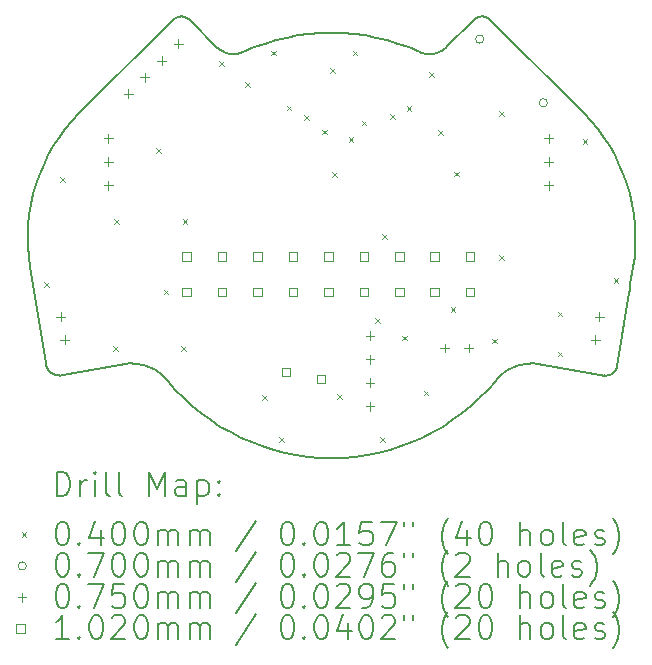
<source format=gbr>
%FSLAX45Y45*%
G04 Gerber Fmt 4.5, Leading zero omitted, Abs format (unit mm)*
G04 Created by KiCad (PCBNEW (6.0.1)) date 2022-01-25 15:54:27*
%MOMM*%
%LPD*%
G01*
G04 APERTURE LIST*
%TA.AperFunction,Profile*%
%ADD10C,0.200000*%
%TD*%
%ADD11C,0.200000*%
%ADD12C,0.040000*%
%ADD13C,0.070000*%
%ADD14C,0.075000*%
%ADD15C,0.102000*%
G04 APERTURE END LIST*
D10*
X10391183Y-8240162D02*
X10296903Y-8222418D01*
X7638747Y-11077176D02*
X7643880Y-11080807D01*
X9425869Y-11701792D02*
X9519904Y-11731279D01*
X8771462Y-8066735D02*
X8766852Y-8065248D01*
X8793404Y-8077603D02*
X8789193Y-8074972D01*
X9519904Y-11731279D02*
X9615616Y-11755621D01*
X10846792Y-8379784D02*
X10831788Y-8379662D01*
X12367243Y-11094750D02*
X12371529Y-11092989D01*
X12431170Y-11019607D02*
X12531170Y-10399605D01*
X7612592Y-9238739D02*
X7573534Y-9317920D01*
X7633828Y-11073305D02*
X7638747Y-11077176D01*
X8688710Y-11220713D02*
X8758468Y-11292186D01*
X11480857Y-11070506D02*
X11463149Y-11083471D01*
X9725438Y-8222418D02*
X9631157Y-8240162D01*
X9712803Y-11774720D02*
X9811261Y-11788482D01*
X11333630Y-11220713D02*
X11399670Y-11145056D01*
X7671719Y-11094709D02*
X7677611Y-11096603D01*
X12145330Y-8881067D02*
X12145330Y-8881067D01*
X7441990Y-9827816D02*
X7451317Y-9739803D01*
X8523131Y-11058557D02*
X8541484Y-11070506D01*
X8667671Y-8090416D02*
X7877010Y-8881067D01*
X8805360Y-8086870D02*
X8801496Y-8083552D01*
X12320620Y-11101137D02*
X12325502Y-11101482D01*
X7689625Y-11099487D02*
X7695724Y-11100472D01*
X12145330Y-8881067D02*
X11354670Y-8090416D01*
X8622670Y-11145056D02*
X8607994Y-11128244D01*
X9207000Y-8378408D02*
X9160614Y-8378784D01*
X9631157Y-8240162D02*
X9537703Y-8262976D01*
X12419174Y-11050724D02*
X12421459Y-11046621D01*
X12416715Y-11054701D02*
X12419174Y-11050724D01*
X12264636Y-9015598D02*
X12207192Y-8946761D01*
X10919480Y-8363814D02*
X10905468Y-8369180D01*
X9243649Y-11627765D02*
X9333716Y-11667255D01*
X7592398Y-11005774D02*
X7593932Y-11011843D01*
X8719281Y-8062960D02*
X8714572Y-8063989D01*
X11228937Y-8077603D02*
X11233147Y-8074972D01*
X12297197Y-11100910D02*
X12292543Y-11100329D01*
X7624662Y-11064886D02*
X7629131Y-11069205D01*
X11220844Y-8083552D02*
X11216981Y-8086870D01*
X8733583Y-8061244D02*
X8728795Y-8061587D01*
X8752736Y-8062159D02*
X8747966Y-8061587D01*
X8679253Y-8080463D02*
X8675265Y-8083552D01*
X11537667Y-11037790D02*
X11518161Y-11047645D01*
X12408347Y-11065835D02*
X12411295Y-11062261D01*
X12576808Y-10095116D02*
X12583315Y-10005695D01*
X11216981Y-8086870D02*
X11213250Y-8090416D01*
X12315933Y-11101449D02*
X12320620Y-11101137D01*
X7732859Y-11099850D02*
X7739030Y-11098637D01*
X12306551Y-11101536D02*
X12301868Y-11101312D01*
X12283311Y-11098637D02*
X11708231Y-10999606D01*
X7457461Y-10184561D02*
X7457461Y-10184561D01*
X10011170Y-8199604D02*
X9915651Y-8202139D01*
X7726664Y-11100742D02*
X7732859Y-11099850D01*
X7714246Y-11101574D02*
X7720456Y-11101316D01*
X10211080Y-11788482D02*
X10309537Y-11774720D01*
X8523131Y-11058557D02*
X8504179Y-11047645D01*
X12335161Y-11101485D02*
X12339926Y-11101152D01*
X7656355Y-9161810D02*
X7704749Y-9087355D01*
X8541484Y-11070506D02*
X8559191Y-11083471D01*
X10502437Y-11731279D02*
X10596472Y-11701792D01*
X10309537Y-11774720D02*
X10406724Y-11755621D01*
X10011170Y-11799606D02*
X10011170Y-11799606D01*
X8709909Y-8065248D02*
X8705298Y-8066735D01*
X12353893Y-11098869D02*
X12358419Y-11097694D01*
X8776011Y-8068451D02*
X8771462Y-8066735D01*
X11293546Y-8061587D02*
X11298316Y-8062159D01*
X12402003Y-11072550D02*
X12405248Y-11069266D01*
X8504179Y-11047645D02*
X8484673Y-11037790D01*
X8747966Y-8061587D02*
X8743177Y-8061244D01*
X7677611Y-11096603D02*
X7683584Y-11098196D01*
X12431170Y-11019607D02*
X12431170Y-11019607D01*
X10801830Y-8376010D02*
X10787004Y-8372457D01*
X10202003Y-8209743D02*
X10106690Y-8202139D01*
X10933101Y-8357387D02*
X10919480Y-8363814D01*
X12391458Y-11081473D02*
X12395102Y-11078658D01*
X11708231Y-10999606D02*
X11708231Y-10999606D01*
X7593932Y-11011843D02*
X7595765Y-11017803D01*
X12358419Y-11097694D02*
X12362871Y-11096320D01*
X12325502Y-11101482D02*
X12330351Y-11101596D01*
X11224833Y-8080463D02*
X11220844Y-8083552D01*
X7649193Y-11084171D02*
X7654645Y-11087245D01*
X12536895Y-10361712D02*
X12539543Y-10342735D01*
X7600303Y-11029356D02*
X7602995Y-11034929D01*
X12580351Y-9827816D02*
X12571024Y-9739803D01*
X11708231Y-10999606D02*
X11708231Y-10999606D01*
X7683584Y-11098196D02*
X7689625Y-11099487D01*
X7439026Y-10005695D02*
X7437869Y-9916521D01*
X8683357Y-8077603D02*
X8679253Y-8080463D01*
X10688625Y-11667255D02*
X10778691Y-11627765D01*
X12423563Y-11042396D02*
X12425481Y-11038055D01*
X8687567Y-8074972D02*
X8683357Y-8077603D01*
X8380415Y-11005136D02*
X8358535Y-11002078D01*
X7595765Y-11017803D02*
X7597891Y-11023644D01*
X12428734Y-11029039D02*
X12430057Y-11024373D01*
X8667671Y-8090416D02*
X8667671Y-8090416D01*
X8988002Y-11480535D02*
X9070588Y-11534309D01*
X12409748Y-9238739D02*
X12365986Y-9161810D01*
X11463149Y-11083471D02*
X11446131Y-11097430D01*
X10772367Y-8367736D02*
X10765138Y-8364934D01*
X9333716Y-11667255D02*
X9425869Y-11701792D01*
X11708231Y-10999606D02*
X11708231Y-10999606D01*
X9445281Y-8290860D02*
X9354098Y-8323813D01*
X8801496Y-8083552D02*
X8797508Y-8080463D01*
X8559191Y-11083471D02*
X8576209Y-11097430D01*
X8780488Y-8070396D02*
X8776011Y-8068451D01*
X8622670Y-11145056D02*
X8622670Y-11145056D01*
X7457461Y-10184561D02*
X7591171Y-10999606D01*
X11283960Y-8061129D02*
X11288757Y-8061244D01*
X10976761Y-8326693D02*
X10970971Y-8331847D01*
X8700750Y-8068451D02*
X8696273Y-8070396D01*
X8671401Y-8086870D02*
X8667671Y-8090416D01*
X7591171Y-10999606D02*
X7592398Y-11005774D01*
X12512523Y-9482145D02*
X12483088Y-9399129D01*
X8714572Y-8063989D02*
X8709909Y-8065248D01*
X7616433Y-11055630D02*
X7620427Y-11060358D01*
X11663805Y-11002078D02*
X11685922Y-11000228D01*
X11663804Y-11002078D02*
X11641925Y-11005136D01*
X11578161Y-11021341D02*
X11557682Y-11029015D01*
X7620427Y-11060358D02*
X7624662Y-11064886D01*
X12339926Y-11101152D02*
X12344640Y-11100603D01*
X10577060Y-8290860D02*
X10484638Y-8262976D01*
X11255489Y-8065248D02*
X11260152Y-8063989D01*
X11250878Y-8066735D02*
X11246330Y-8068451D01*
X12542050Y-10323738D02*
X12542050Y-10323738D01*
X9820338Y-8209743D02*
X9725438Y-8222418D01*
X7815149Y-8946761D02*
X7877010Y-8881067D01*
X12531170Y-10399605D02*
X12534105Y-10380669D01*
X7629131Y-11069205D02*
X7633828Y-11073305D01*
X8789193Y-8074972D02*
X8784885Y-8072570D01*
X11347076Y-8083552D02*
X11350939Y-8086870D01*
X8402012Y-11009380D02*
X8423282Y-11014789D01*
X9537703Y-8262976D02*
X9445281Y-8290860D01*
X11317042Y-8066735D02*
X11321591Y-8068451D01*
X12287913Y-11099572D02*
X12283311Y-11098637D01*
X12395102Y-11078658D02*
X12398619Y-11075682D01*
X7660224Y-11090028D02*
X7665920Y-11092517D01*
X11264861Y-8062960D02*
X11269604Y-8062159D01*
X8705298Y-8066735D02*
X8700750Y-8068451D01*
X12387692Y-11084123D02*
X12391458Y-11081473D01*
X12344640Y-11100603D02*
X12349298Y-11099840D01*
X10861726Y-8378784D02*
X10846792Y-8379784D01*
X11250878Y-8066735D02*
X11255489Y-8065248D01*
X11446131Y-11097430D02*
X11429848Y-11112361D01*
X11228937Y-8077603D02*
X11224833Y-8080463D01*
X8784885Y-8072570D02*
X8780488Y-8070396D01*
X8738380Y-8061129D02*
X8733583Y-8061244D01*
X7597891Y-11023644D02*
X7600303Y-11029356D01*
X7643880Y-11080807D02*
X7649193Y-11084171D01*
X12405248Y-11069266D02*
X12408347Y-11065835D01*
X10946266Y-8349909D02*
X10933101Y-8357387D01*
X12542050Y-10323738D02*
X12564880Y-10184561D01*
X10484638Y-8262976D02*
X10391183Y-8240162D01*
X8402012Y-11009380D02*
X8380415Y-11005136D01*
X8728795Y-8061587D02*
X8724024Y-8062159D01*
X9354098Y-8323813D02*
X9264360Y-8361836D01*
X10296903Y-8222418D02*
X10202003Y-8209743D01*
X8757480Y-8062960D02*
X8752736Y-8062159D01*
X10111556Y-11796809D02*
X10211080Y-11788482D01*
X7539252Y-9399129D02*
X7509818Y-9482145D01*
X7612686Y-11050714D02*
X7616433Y-11055630D01*
X7573534Y-9317920D02*
X7539252Y-9399129D01*
X12427207Y-11033601D02*
X12428734Y-11029039D01*
X11330465Y-8072570D02*
X11334773Y-8074972D01*
X8358535Y-11002078D02*
X8336418Y-11000228D01*
X12583315Y-10005695D02*
X12584472Y-9916521D01*
X9615616Y-11755621D02*
X9712803Y-11774720D01*
X12531170Y-10399605D02*
X12531170Y-10399605D01*
X11190603Y-11359378D02*
X11263873Y-11292186D01*
X7457461Y-10184561D02*
X7445533Y-10095116D01*
X11599058Y-11014789D02*
X11578161Y-11021341D01*
X11326068Y-8070396D02*
X11330465Y-8072570D01*
X8809091Y-8090416D02*
X8805360Y-8086870D01*
X7704749Y-9087355D02*
X7757704Y-9015598D01*
X11269604Y-8062159D02*
X11274375Y-8061587D01*
X9915651Y-8202139D02*
X9820338Y-8209743D01*
X11114023Y-11422193D02*
X11190603Y-11359378D01*
X10106690Y-8202139D02*
X10011170Y-8199604D01*
X10891129Y-8373471D02*
X10876527Y-8376676D01*
X11499209Y-11058557D02*
X11480857Y-11070506D01*
X8762188Y-8063989D02*
X8757480Y-8062960D01*
X8797508Y-8080463D02*
X8793404Y-8077603D01*
X11260152Y-8063989D02*
X11264861Y-8062960D01*
X7602995Y-11034929D02*
X7605961Y-11040353D01*
X11518161Y-11047645D02*
X11499209Y-11058557D01*
X11343087Y-8080463D02*
X11347076Y-8083552D01*
X11274375Y-8061587D02*
X11279163Y-8061244D01*
X10958911Y-8341391D02*
X10946266Y-8349909D01*
X8675265Y-8083552D02*
X8671401Y-8086870D01*
X8691876Y-8072570D02*
X8687567Y-8074972D01*
X8622670Y-11145056D02*
X8688710Y-11220713D01*
X11279163Y-8061244D02*
X11283960Y-8061129D01*
X10011170Y-11799606D02*
X10111556Y-11796809D01*
X12537038Y-9566745D02*
X12512523Y-9482145D01*
X12398619Y-11075682D02*
X12402003Y-11072550D01*
X12365986Y-9161810D02*
X12317591Y-9087355D01*
X9910784Y-11796809D02*
X10011170Y-11799606D01*
X8576209Y-11097430D02*
X8592492Y-11112361D01*
X7720456Y-11101316D02*
X7726664Y-11100742D01*
X12564880Y-10184561D02*
X12576808Y-10095116D01*
X11241853Y-8070396D02*
X11246330Y-8068451D01*
X11334773Y-8074972D02*
X11338984Y-8077603D01*
X10982382Y-8321286D02*
X10976761Y-8326693D01*
X10905468Y-8369180D02*
X10891129Y-8373471D01*
X10668243Y-8323813D02*
X10577060Y-8290860D01*
X10011170Y-11799606D02*
X10011170Y-11799606D01*
X12375722Y-11091042D02*
X12379818Y-11088912D01*
X12207192Y-8946761D02*
X12145330Y-8881067D01*
X11312432Y-8065248D02*
X11317042Y-8066735D01*
X12315933Y-11101449D02*
X12311241Y-11101581D01*
X10831788Y-8379662D02*
X10816780Y-8378408D01*
X7695724Y-11100472D02*
X7701868Y-11101149D01*
X8592492Y-11112361D02*
X8607994Y-11128244D01*
X11350939Y-8086870D02*
X11354670Y-8090416D01*
X8336418Y-11000228D02*
X8314110Y-10999606D01*
X7451317Y-9739803D02*
X7465778Y-9652705D01*
X11263873Y-11292186D02*
X11333630Y-11220713D01*
X8831738Y-11359378D02*
X8908317Y-11422193D01*
X12584472Y-9916521D02*
X12580351Y-9827816D01*
X8464658Y-11029015D02*
X8484673Y-11037790D01*
X11034339Y-11480535D02*
X11114023Y-11422193D01*
X11233147Y-8074972D02*
X11237456Y-8072570D01*
X11307768Y-8063989D02*
X11312432Y-8065248D01*
X12448806Y-9317920D02*
X12409748Y-9238739D01*
X7815149Y-8946761D02*
X7757704Y-9015598D01*
X12483088Y-9399129D02*
X12448806Y-9317920D01*
X8758468Y-11292186D02*
X8831738Y-11359378D01*
X7609193Y-11045618D02*
X7612686Y-11050714D01*
X8444179Y-11021341D02*
X8464658Y-11029015D01*
X12571024Y-9739803D02*
X12556562Y-9652705D01*
X11288757Y-8061244D02*
X11293546Y-8061587D01*
X12539543Y-10342735D02*
X12542050Y-10323738D01*
X12411295Y-11062261D02*
X12414086Y-11058548D01*
X11399670Y-11145056D02*
X11399670Y-11145056D01*
X9160614Y-8378784D02*
X9145814Y-8376676D01*
X12292543Y-11100329D02*
X12287913Y-11099572D01*
X12330351Y-11101596D02*
X12335161Y-11101485D01*
X11213250Y-8090416D02*
X10982382Y-8321286D01*
X11414346Y-11128244D02*
X11399670Y-11145056D01*
X11303060Y-8062960D02*
X11307768Y-8063989D01*
X9102860Y-8363814D02*
X9145814Y-8376676D01*
X12421459Y-11046621D02*
X12423563Y-11042396D01*
X8743177Y-8061244D02*
X8738380Y-8061129D01*
X8423282Y-11014789D02*
X8444179Y-11021341D01*
X11399670Y-11145056D02*
X11399670Y-11145056D01*
X12349298Y-11099840D02*
X12353893Y-11098869D01*
X12425481Y-11038055D02*
X12427207Y-11033601D01*
X12534105Y-10380669D02*
X12536895Y-10361712D01*
X10876527Y-8376676D02*
X10861726Y-8378784D01*
X7877010Y-8881067D02*
X7877010Y-8881067D01*
X12362871Y-11096320D02*
X12367243Y-11094750D01*
X9089240Y-8357387D02*
X9063430Y-8341391D01*
X7612592Y-9238739D02*
X7656355Y-9161810D01*
X11429848Y-11112361D02*
X11414346Y-11128244D01*
X7739030Y-11098637D02*
X8314110Y-10999606D01*
X7708046Y-11101518D02*
X7714246Y-11101574D01*
X7437869Y-9916521D02*
X7441990Y-9827816D01*
X10816780Y-8378408D02*
X10801830Y-8376010D01*
X11298316Y-8062159D02*
X11303060Y-8062960D01*
X10787004Y-8372457D02*
X10772367Y-8367736D01*
X9063430Y-8341391D02*
X9051370Y-8331847D01*
X9045579Y-8326693D02*
X8809091Y-8090416D01*
X10765138Y-8364934D02*
X10757981Y-8361836D01*
X10951752Y-11534309D02*
X11034339Y-11480535D01*
X9102860Y-8363814D02*
X9089240Y-8357387D01*
X11641925Y-11005136D02*
X11620327Y-11009380D01*
X11620327Y-11009380D02*
X11599058Y-11014789D01*
X11557682Y-11029015D02*
X11537667Y-11037790D01*
X10982382Y-8321286D02*
X10982382Y-8321286D01*
X7465778Y-9652705D02*
X7485302Y-9566745D01*
X9070588Y-11534309D02*
X9155872Y-11583418D01*
X11708230Y-10999606D02*
X11685921Y-11000228D01*
X7665920Y-11092517D02*
X7671719Y-11094709D01*
X10406724Y-11755621D02*
X10502437Y-11731279D01*
X12371529Y-11092989D02*
X12375722Y-11091042D01*
X10970971Y-8331847D02*
X10958911Y-8341391D01*
X11241853Y-8070396D02*
X11237456Y-8072570D01*
X12556562Y-9652705D02*
X12537038Y-9566745D01*
X9264360Y-8361836D02*
X9207000Y-8378408D01*
X11321591Y-8068451D02*
X11326068Y-8070396D01*
X12414086Y-11058548D02*
X12416715Y-11054701D01*
X12297197Y-11100910D02*
X12301868Y-11101312D01*
X12379818Y-11088912D02*
X12383810Y-11086604D01*
X9155872Y-11583418D02*
X9243649Y-11627765D01*
X9811261Y-11788482D02*
X9910784Y-11796809D01*
X7445533Y-10095116D02*
X7439026Y-10005695D01*
X12311241Y-11101581D02*
X12306551Y-11101536D01*
X10757980Y-8361836D02*
X10668243Y-8323813D01*
X10866469Y-11583418D02*
X10951752Y-11534309D01*
X11399670Y-11145056D02*
X11399670Y-11145056D01*
X10778691Y-11627765D02*
X10866469Y-11583418D01*
X10596472Y-11701792D02*
X10688625Y-11667255D01*
X9045579Y-8326693D02*
X9051370Y-8331847D01*
X7654645Y-11087245D02*
X7660224Y-11090028D01*
X7509818Y-9482145D02*
X7485302Y-9566745D01*
X12317591Y-9087355D02*
X12264636Y-9015598D01*
X7605961Y-11040353D02*
X7609193Y-11045618D01*
X11338984Y-8077603D02*
X11343087Y-8080463D01*
X12430057Y-11024373D02*
X12431170Y-11019607D01*
X8908317Y-11422193D02*
X8988002Y-11480535D01*
X8766852Y-8065248D02*
X8762188Y-8063989D01*
X8724024Y-8062159D02*
X8719281Y-8062960D01*
X12383810Y-11086604D02*
X12387692Y-11084123D01*
X7701868Y-11101149D02*
X7708046Y-11101518D01*
X8696273Y-8070396D02*
X8691876Y-8072570D01*
D11*
D12*
X7575000Y-10312500D02*
X7615000Y-10352500D01*
X7615000Y-10312500D02*
X7575000Y-10352500D01*
X7715000Y-9425000D02*
X7755000Y-9465000D01*
X7755000Y-9425000D02*
X7715000Y-9465000D01*
X8160000Y-10850000D02*
X8200000Y-10890000D01*
X8200000Y-10850000D02*
X8160000Y-10890000D01*
X8172500Y-9777500D02*
X8212500Y-9817500D01*
X8212500Y-9777500D02*
X8172500Y-9817500D01*
X8525000Y-9175000D02*
X8565000Y-9215000D01*
X8565000Y-9175000D02*
X8525000Y-9215000D01*
X8590000Y-10375000D02*
X8630000Y-10415000D01*
X8630000Y-10375000D02*
X8590000Y-10415000D01*
X8735000Y-10850000D02*
X8775000Y-10890000D01*
X8775000Y-10850000D02*
X8735000Y-10890000D01*
X8750000Y-9780000D02*
X8790000Y-9820000D01*
X8790000Y-9780000D02*
X8750000Y-9820000D01*
X9060000Y-8440000D02*
X9100000Y-8480000D01*
X9100000Y-8440000D02*
X9060000Y-8480000D01*
X9280000Y-8620000D02*
X9320000Y-8660000D01*
X9320000Y-8620000D02*
X9280000Y-8660000D01*
X9425000Y-11270000D02*
X9465000Y-11310000D01*
X9465000Y-11270000D02*
X9425000Y-11310000D01*
X9499999Y-8350000D02*
X9539999Y-8390000D01*
X9539999Y-8350000D02*
X9499999Y-8390000D01*
X9570000Y-11625000D02*
X9610000Y-11665000D01*
X9610000Y-11625000D02*
X9570000Y-11665000D01*
X9629999Y-8817501D02*
X9669999Y-8857501D01*
X9669999Y-8817501D02*
X9629999Y-8857501D01*
X9780000Y-8900000D02*
X9820000Y-8940000D01*
X9820000Y-8900000D02*
X9780000Y-8940000D01*
X9930000Y-9020000D02*
X9970000Y-9060000D01*
X9970000Y-9020000D02*
X9930000Y-9060000D01*
X10000000Y-8500000D02*
X10040000Y-8540000D01*
X10040000Y-8500000D02*
X10000000Y-8540000D01*
X10015000Y-9382500D02*
X10055000Y-9422500D01*
X10055000Y-9382500D02*
X10015000Y-9422500D01*
X10060000Y-11260000D02*
X10100000Y-11300000D01*
X10100000Y-11260000D02*
X10060000Y-11300000D01*
X10155000Y-9085000D02*
X10195000Y-9125000D01*
X10195000Y-9085000D02*
X10155000Y-9125000D01*
X10189999Y-8350000D02*
X10229999Y-8390000D01*
X10229999Y-8350000D02*
X10189999Y-8390000D01*
X10265938Y-8943825D02*
X10305938Y-8983825D01*
X10305938Y-8943825D02*
X10265938Y-8983825D01*
X10380000Y-10616000D02*
X10420000Y-10656000D01*
X10420000Y-10616000D02*
X10380000Y-10656000D01*
X10420000Y-11625000D02*
X10460000Y-11665000D01*
X10460000Y-11625000D02*
X10420000Y-11665000D01*
X10442500Y-9902500D02*
X10482500Y-9942500D01*
X10482500Y-9902500D02*
X10442500Y-9942500D01*
X10507500Y-8890000D02*
X10547500Y-8930000D01*
X10547500Y-8890000D02*
X10507500Y-8930000D01*
X10610000Y-10765000D02*
X10650000Y-10805000D01*
X10650000Y-10765000D02*
X10610000Y-10805000D01*
X10647500Y-8820000D02*
X10687500Y-8860000D01*
X10687500Y-8820000D02*
X10647500Y-8860000D01*
X10790000Y-11230000D02*
X10830000Y-11270000D01*
X10830000Y-11230000D02*
X10790000Y-11270000D01*
X10835000Y-8530000D02*
X10875000Y-8570000D01*
X10875000Y-8530000D02*
X10835000Y-8570000D01*
X10915000Y-9022500D02*
X10955000Y-9062500D01*
X10955000Y-9022500D02*
X10915000Y-9062500D01*
X11020000Y-10520000D02*
X11060000Y-10560000D01*
X11060000Y-10520000D02*
X11020000Y-10560000D01*
X11047500Y-9375000D02*
X11087500Y-9415000D01*
X11087500Y-9375000D02*
X11047500Y-9415000D01*
X11370000Y-10790000D02*
X11410000Y-10830000D01*
X11410000Y-10790000D02*
X11370000Y-10830000D01*
X11427500Y-8862500D02*
X11467500Y-8902500D01*
X11467500Y-8862500D02*
X11427500Y-8902500D01*
X11427500Y-10082500D02*
X11467500Y-10122500D01*
X11467500Y-10082500D02*
X11427500Y-10122500D01*
X11925000Y-10560000D02*
X11965000Y-10600000D01*
X11965000Y-10560000D02*
X11925000Y-10600000D01*
X11925000Y-10900000D02*
X11965000Y-10940000D01*
X11965000Y-10900000D02*
X11925000Y-10940000D01*
X12137500Y-9097500D02*
X12177500Y-9137500D01*
X12177500Y-9097500D02*
X12137500Y-9137500D01*
X12400000Y-10280000D02*
X12440000Y-10320000D01*
X12440000Y-10280000D02*
X12400000Y-10320000D01*
D13*
X11300592Y-8253092D02*
G75*
G03*
X11300592Y-8253092I-35000J0D01*
G01*
X11839408Y-8791908D02*
G75*
G03*
X11839408Y-8791908I-35000J0D01*
G01*
D14*
X7719000Y-10565500D02*
X7719000Y-10640500D01*
X7681500Y-10603000D02*
X7756500Y-10603000D01*
X7753730Y-10762462D02*
X7753730Y-10837462D01*
X7716230Y-10799962D02*
X7791230Y-10799962D01*
X8120000Y-9055000D02*
X8120000Y-9130000D01*
X8082500Y-9092500D02*
X8157500Y-9092500D01*
X8120000Y-9255000D02*
X8120000Y-9330000D01*
X8082500Y-9292500D02*
X8157500Y-9292500D01*
X8120000Y-9455000D02*
X8120000Y-9530000D01*
X8082500Y-9492500D02*
X8157500Y-9492500D01*
X8288736Y-8679764D02*
X8288736Y-8754764D01*
X8251236Y-8717264D02*
X8326236Y-8717264D01*
X8430157Y-8538343D02*
X8430157Y-8613343D01*
X8392657Y-8575843D02*
X8467657Y-8575843D01*
X8571579Y-8396921D02*
X8571579Y-8471921D01*
X8534079Y-8434421D02*
X8609079Y-8434421D01*
X8713000Y-8255500D02*
X8713000Y-8330500D01*
X8675500Y-8293000D02*
X8750500Y-8293000D01*
X10337000Y-10725500D02*
X10337000Y-10800500D01*
X10299500Y-10763000D02*
X10374500Y-10763000D01*
X10337000Y-10925500D02*
X10337000Y-11000500D01*
X10299500Y-10963000D02*
X10374500Y-10963000D01*
X10337000Y-11125500D02*
X10337000Y-11200500D01*
X10299500Y-11163000D02*
X10374500Y-11163000D01*
X10337000Y-11325500D02*
X10337000Y-11400500D01*
X10299500Y-11363000D02*
X10374500Y-11363000D01*
X10971000Y-10830500D02*
X10971000Y-10905500D01*
X10933500Y-10868000D02*
X11008500Y-10868000D01*
X11171000Y-10830500D02*
X11171000Y-10905500D01*
X11133500Y-10868000D02*
X11208500Y-10868000D01*
X11850000Y-9055000D02*
X11850000Y-9130000D01*
X11812500Y-9092500D02*
X11887500Y-9092500D01*
X11850000Y-9255000D02*
X11850000Y-9330000D01*
X11812500Y-9292500D02*
X11887500Y-9292500D01*
X11850000Y-9455000D02*
X11850000Y-9530000D01*
X11812500Y-9492500D02*
X11887500Y-9492500D01*
X12245000Y-10762500D02*
X12245000Y-10837500D01*
X12207500Y-10800000D02*
X12282500Y-10800000D01*
X12279730Y-10565538D02*
X12279730Y-10640538D01*
X12242230Y-10603038D02*
X12317230Y-10603038D01*
D15*
X8821063Y-10132063D02*
X8821063Y-10059937D01*
X8748937Y-10059937D01*
X8748937Y-10132063D01*
X8821063Y-10132063D01*
X8821063Y-10432063D02*
X8821063Y-10359937D01*
X8748937Y-10359937D01*
X8748937Y-10432063D01*
X8821063Y-10432063D01*
X9121063Y-10132063D02*
X9121063Y-10059937D01*
X9048937Y-10059937D01*
X9048937Y-10132063D01*
X9121063Y-10132063D01*
X9121063Y-10432063D02*
X9121063Y-10359937D01*
X9048937Y-10359937D01*
X9048937Y-10432063D01*
X9121063Y-10432063D01*
X9421063Y-10132063D02*
X9421063Y-10059937D01*
X9348937Y-10059937D01*
X9348937Y-10132063D01*
X9421063Y-10132063D01*
X9421063Y-10432063D02*
X9421063Y-10359937D01*
X9348937Y-10359937D01*
X9348937Y-10432063D01*
X9421063Y-10432063D01*
X9662063Y-11109063D02*
X9662063Y-11036937D01*
X9589937Y-11036937D01*
X9589937Y-11109063D01*
X9662063Y-11109063D01*
X9721063Y-10132063D02*
X9721063Y-10059937D01*
X9648937Y-10059937D01*
X9648937Y-10132063D01*
X9721063Y-10132063D01*
X9721063Y-10432063D02*
X9721063Y-10359937D01*
X9648937Y-10359937D01*
X9648937Y-10432063D01*
X9721063Y-10432063D01*
X9956551Y-11166306D02*
X9956551Y-11094180D01*
X9884425Y-11094180D01*
X9884425Y-11166306D01*
X9956551Y-11166306D01*
X10021063Y-10132063D02*
X10021063Y-10059937D01*
X9948937Y-10059937D01*
X9948937Y-10132063D01*
X10021063Y-10132063D01*
X10021063Y-10432063D02*
X10021063Y-10359937D01*
X9948937Y-10359937D01*
X9948937Y-10432063D01*
X10021063Y-10432063D01*
X10321063Y-10132063D02*
X10321063Y-10059937D01*
X10248937Y-10059937D01*
X10248937Y-10132063D01*
X10321063Y-10132063D01*
X10321063Y-10432063D02*
X10321063Y-10359937D01*
X10248937Y-10359937D01*
X10248937Y-10432063D01*
X10321063Y-10432063D01*
X10621063Y-10132063D02*
X10621063Y-10059937D01*
X10548937Y-10059937D01*
X10548937Y-10132063D01*
X10621063Y-10132063D01*
X10621063Y-10432063D02*
X10621063Y-10359937D01*
X10548937Y-10359937D01*
X10548937Y-10432063D01*
X10621063Y-10432063D01*
X10921063Y-10132063D02*
X10921063Y-10059937D01*
X10848937Y-10059937D01*
X10848937Y-10132063D01*
X10921063Y-10132063D01*
X10921063Y-10432063D02*
X10921063Y-10359937D01*
X10848937Y-10359937D01*
X10848937Y-10432063D01*
X10921063Y-10432063D01*
X11221063Y-10132063D02*
X11221063Y-10059937D01*
X11148937Y-10059937D01*
X11148937Y-10132063D01*
X11221063Y-10132063D01*
X11221063Y-10432063D02*
X11221063Y-10359937D01*
X11148937Y-10359937D01*
X11148937Y-10432063D01*
X11221063Y-10432063D01*
D11*
X7685488Y-12120082D02*
X7685488Y-11920082D01*
X7733107Y-11920082D01*
X7761678Y-11929606D01*
X7780726Y-11948654D01*
X7790250Y-11967702D01*
X7799773Y-12005797D01*
X7799773Y-12034368D01*
X7790250Y-12072463D01*
X7780726Y-12091511D01*
X7761678Y-12110559D01*
X7733107Y-12120082D01*
X7685488Y-12120082D01*
X7885488Y-12120082D02*
X7885488Y-11986749D01*
X7885488Y-12024844D02*
X7895012Y-12005797D01*
X7904535Y-11996273D01*
X7923583Y-11986749D01*
X7942631Y-11986749D01*
X8009297Y-12120082D02*
X8009297Y-11986749D01*
X8009297Y-11920082D02*
X7999773Y-11929606D01*
X8009297Y-11939130D01*
X8018821Y-11929606D01*
X8009297Y-11920082D01*
X8009297Y-11939130D01*
X8133107Y-12120082D02*
X8114059Y-12110559D01*
X8104535Y-12091511D01*
X8104535Y-11920082D01*
X8237869Y-12120082D02*
X8218821Y-12110559D01*
X8209297Y-12091511D01*
X8209297Y-11920082D01*
X8466440Y-12120082D02*
X8466440Y-11920082D01*
X8533107Y-12062940D01*
X8599774Y-11920082D01*
X8599774Y-12120082D01*
X8780726Y-12120082D02*
X8780726Y-12015321D01*
X8771202Y-11996273D01*
X8752155Y-11986749D01*
X8714059Y-11986749D01*
X8695012Y-11996273D01*
X8780726Y-12110559D02*
X8761678Y-12120082D01*
X8714059Y-12120082D01*
X8695012Y-12110559D01*
X8685488Y-12091511D01*
X8685488Y-12072463D01*
X8695012Y-12053416D01*
X8714059Y-12043892D01*
X8761678Y-12043892D01*
X8780726Y-12034368D01*
X8875964Y-11986749D02*
X8875964Y-12186749D01*
X8875964Y-11996273D02*
X8895012Y-11986749D01*
X8933107Y-11986749D01*
X8952155Y-11996273D01*
X8961678Y-12005797D01*
X8971202Y-12024844D01*
X8971202Y-12081987D01*
X8961678Y-12101035D01*
X8952155Y-12110559D01*
X8933107Y-12120082D01*
X8895012Y-12120082D01*
X8875964Y-12110559D01*
X9056916Y-12101035D02*
X9066440Y-12110559D01*
X9056916Y-12120082D01*
X9047393Y-12110559D01*
X9056916Y-12101035D01*
X9056916Y-12120082D01*
X9056916Y-11996273D02*
X9066440Y-12005797D01*
X9056916Y-12015321D01*
X9047393Y-12005797D01*
X9056916Y-11996273D01*
X9056916Y-12015321D01*
D12*
X7387869Y-12429606D02*
X7427869Y-12469606D01*
X7427869Y-12429606D02*
X7387869Y-12469606D01*
D11*
X7723583Y-12340082D02*
X7742631Y-12340082D01*
X7761678Y-12349606D01*
X7771202Y-12359130D01*
X7780726Y-12378178D01*
X7790250Y-12416273D01*
X7790250Y-12463892D01*
X7780726Y-12501987D01*
X7771202Y-12521035D01*
X7761678Y-12530559D01*
X7742631Y-12540082D01*
X7723583Y-12540082D01*
X7704535Y-12530559D01*
X7695012Y-12521035D01*
X7685488Y-12501987D01*
X7675964Y-12463892D01*
X7675964Y-12416273D01*
X7685488Y-12378178D01*
X7695012Y-12359130D01*
X7704535Y-12349606D01*
X7723583Y-12340082D01*
X7875964Y-12521035D02*
X7885488Y-12530559D01*
X7875964Y-12540082D01*
X7866440Y-12530559D01*
X7875964Y-12521035D01*
X7875964Y-12540082D01*
X8056916Y-12406749D02*
X8056916Y-12540082D01*
X8009297Y-12330559D02*
X7961678Y-12473416D01*
X8085488Y-12473416D01*
X8199773Y-12340082D02*
X8218821Y-12340082D01*
X8237869Y-12349606D01*
X8247393Y-12359130D01*
X8256916Y-12378178D01*
X8266440Y-12416273D01*
X8266440Y-12463892D01*
X8256916Y-12501987D01*
X8247393Y-12521035D01*
X8237869Y-12530559D01*
X8218821Y-12540082D01*
X8199773Y-12540082D01*
X8180726Y-12530559D01*
X8171202Y-12521035D01*
X8161678Y-12501987D01*
X8152154Y-12463892D01*
X8152154Y-12416273D01*
X8161678Y-12378178D01*
X8171202Y-12359130D01*
X8180726Y-12349606D01*
X8199773Y-12340082D01*
X8390250Y-12340082D02*
X8409297Y-12340082D01*
X8428345Y-12349606D01*
X8437869Y-12359130D01*
X8447393Y-12378178D01*
X8456916Y-12416273D01*
X8456916Y-12463892D01*
X8447393Y-12501987D01*
X8437869Y-12521035D01*
X8428345Y-12530559D01*
X8409297Y-12540082D01*
X8390250Y-12540082D01*
X8371202Y-12530559D01*
X8361678Y-12521035D01*
X8352154Y-12501987D01*
X8342631Y-12463892D01*
X8342631Y-12416273D01*
X8352154Y-12378178D01*
X8361678Y-12359130D01*
X8371202Y-12349606D01*
X8390250Y-12340082D01*
X8542631Y-12540082D02*
X8542631Y-12406749D01*
X8542631Y-12425797D02*
X8552155Y-12416273D01*
X8571202Y-12406749D01*
X8599774Y-12406749D01*
X8618821Y-12416273D01*
X8628345Y-12435321D01*
X8628345Y-12540082D01*
X8628345Y-12435321D02*
X8637869Y-12416273D01*
X8656916Y-12406749D01*
X8685488Y-12406749D01*
X8704535Y-12416273D01*
X8714059Y-12435321D01*
X8714059Y-12540082D01*
X8809297Y-12540082D02*
X8809297Y-12406749D01*
X8809297Y-12425797D02*
X8818821Y-12416273D01*
X8837869Y-12406749D01*
X8866440Y-12406749D01*
X8885488Y-12416273D01*
X8895012Y-12435321D01*
X8895012Y-12540082D01*
X8895012Y-12435321D02*
X8904535Y-12416273D01*
X8923583Y-12406749D01*
X8952155Y-12406749D01*
X8971202Y-12416273D01*
X8980726Y-12435321D01*
X8980726Y-12540082D01*
X9371202Y-12330559D02*
X9199774Y-12587702D01*
X9628345Y-12340082D02*
X9647393Y-12340082D01*
X9666440Y-12349606D01*
X9675964Y-12359130D01*
X9685488Y-12378178D01*
X9695012Y-12416273D01*
X9695012Y-12463892D01*
X9685488Y-12501987D01*
X9675964Y-12521035D01*
X9666440Y-12530559D01*
X9647393Y-12540082D01*
X9628345Y-12540082D01*
X9609297Y-12530559D01*
X9599774Y-12521035D01*
X9590250Y-12501987D01*
X9580726Y-12463892D01*
X9580726Y-12416273D01*
X9590250Y-12378178D01*
X9599774Y-12359130D01*
X9609297Y-12349606D01*
X9628345Y-12340082D01*
X9780726Y-12521035D02*
X9790250Y-12530559D01*
X9780726Y-12540082D01*
X9771202Y-12530559D01*
X9780726Y-12521035D01*
X9780726Y-12540082D01*
X9914059Y-12340082D02*
X9933107Y-12340082D01*
X9952155Y-12349606D01*
X9961678Y-12359130D01*
X9971202Y-12378178D01*
X9980726Y-12416273D01*
X9980726Y-12463892D01*
X9971202Y-12501987D01*
X9961678Y-12521035D01*
X9952155Y-12530559D01*
X9933107Y-12540082D01*
X9914059Y-12540082D01*
X9895012Y-12530559D01*
X9885488Y-12521035D01*
X9875964Y-12501987D01*
X9866440Y-12463892D01*
X9866440Y-12416273D01*
X9875964Y-12378178D01*
X9885488Y-12359130D01*
X9895012Y-12349606D01*
X9914059Y-12340082D01*
X10171202Y-12540082D02*
X10056916Y-12540082D01*
X10114059Y-12540082D02*
X10114059Y-12340082D01*
X10095012Y-12368654D01*
X10075964Y-12387702D01*
X10056916Y-12397225D01*
X10352155Y-12340082D02*
X10256916Y-12340082D01*
X10247393Y-12435321D01*
X10256916Y-12425797D01*
X10275964Y-12416273D01*
X10323583Y-12416273D01*
X10342631Y-12425797D01*
X10352155Y-12435321D01*
X10361678Y-12454368D01*
X10361678Y-12501987D01*
X10352155Y-12521035D01*
X10342631Y-12530559D01*
X10323583Y-12540082D01*
X10275964Y-12540082D01*
X10256916Y-12530559D01*
X10247393Y-12521035D01*
X10428345Y-12340082D02*
X10561678Y-12340082D01*
X10475964Y-12540082D01*
X10628345Y-12340082D02*
X10628345Y-12378178D01*
X10704535Y-12340082D02*
X10704535Y-12378178D01*
X10999774Y-12616273D02*
X10990250Y-12606749D01*
X10971202Y-12578178D01*
X10961678Y-12559130D01*
X10952155Y-12530559D01*
X10942631Y-12482940D01*
X10942631Y-12444844D01*
X10952155Y-12397225D01*
X10961678Y-12368654D01*
X10971202Y-12349606D01*
X10990250Y-12321035D01*
X10999774Y-12311511D01*
X11161678Y-12406749D02*
X11161678Y-12540082D01*
X11114059Y-12330559D02*
X11066440Y-12473416D01*
X11190250Y-12473416D01*
X11304535Y-12340082D02*
X11323583Y-12340082D01*
X11342631Y-12349606D01*
X11352154Y-12359130D01*
X11361678Y-12378178D01*
X11371202Y-12416273D01*
X11371202Y-12463892D01*
X11361678Y-12501987D01*
X11352154Y-12521035D01*
X11342631Y-12530559D01*
X11323583Y-12540082D01*
X11304535Y-12540082D01*
X11285488Y-12530559D01*
X11275964Y-12521035D01*
X11266440Y-12501987D01*
X11256916Y-12463892D01*
X11256916Y-12416273D01*
X11266440Y-12378178D01*
X11275964Y-12359130D01*
X11285488Y-12349606D01*
X11304535Y-12340082D01*
X11609297Y-12540082D02*
X11609297Y-12340082D01*
X11695012Y-12540082D02*
X11695012Y-12435321D01*
X11685488Y-12416273D01*
X11666440Y-12406749D01*
X11637869Y-12406749D01*
X11618821Y-12416273D01*
X11609297Y-12425797D01*
X11818821Y-12540082D02*
X11799773Y-12530559D01*
X11790250Y-12521035D01*
X11780726Y-12501987D01*
X11780726Y-12444844D01*
X11790250Y-12425797D01*
X11799773Y-12416273D01*
X11818821Y-12406749D01*
X11847393Y-12406749D01*
X11866440Y-12416273D01*
X11875964Y-12425797D01*
X11885488Y-12444844D01*
X11885488Y-12501987D01*
X11875964Y-12521035D01*
X11866440Y-12530559D01*
X11847393Y-12540082D01*
X11818821Y-12540082D01*
X11999773Y-12540082D02*
X11980726Y-12530559D01*
X11971202Y-12511511D01*
X11971202Y-12340082D01*
X12152154Y-12530559D02*
X12133107Y-12540082D01*
X12095012Y-12540082D01*
X12075964Y-12530559D01*
X12066440Y-12511511D01*
X12066440Y-12435321D01*
X12075964Y-12416273D01*
X12095012Y-12406749D01*
X12133107Y-12406749D01*
X12152154Y-12416273D01*
X12161678Y-12435321D01*
X12161678Y-12454368D01*
X12066440Y-12473416D01*
X12237869Y-12530559D02*
X12256916Y-12540082D01*
X12295012Y-12540082D01*
X12314059Y-12530559D01*
X12323583Y-12511511D01*
X12323583Y-12501987D01*
X12314059Y-12482940D01*
X12295012Y-12473416D01*
X12266440Y-12473416D01*
X12247393Y-12463892D01*
X12237869Y-12444844D01*
X12237869Y-12435321D01*
X12247393Y-12416273D01*
X12266440Y-12406749D01*
X12295012Y-12406749D01*
X12314059Y-12416273D01*
X12390250Y-12616273D02*
X12399773Y-12606749D01*
X12418821Y-12578178D01*
X12428345Y-12559130D01*
X12437869Y-12530559D01*
X12447393Y-12482940D01*
X12447393Y-12444844D01*
X12437869Y-12397225D01*
X12428345Y-12368654D01*
X12418821Y-12349606D01*
X12399773Y-12321035D01*
X12390250Y-12311511D01*
D13*
X7427869Y-12713606D02*
G75*
G03*
X7427869Y-12713606I-35000J0D01*
G01*
D11*
X7723583Y-12604082D02*
X7742631Y-12604082D01*
X7761678Y-12613606D01*
X7771202Y-12623130D01*
X7780726Y-12642178D01*
X7790250Y-12680273D01*
X7790250Y-12727892D01*
X7780726Y-12765987D01*
X7771202Y-12785035D01*
X7761678Y-12794559D01*
X7742631Y-12804082D01*
X7723583Y-12804082D01*
X7704535Y-12794559D01*
X7695012Y-12785035D01*
X7685488Y-12765987D01*
X7675964Y-12727892D01*
X7675964Y-12680273D01*
X7685488Y-12642178D01*
X7695012Y-12623130D01*
X7704535Y-12613606D01*
X7723583Y-12604082D01*
X7875964Y-12785035D02*
X7885488Y-12794559D01*
X7875964Y-12804082D01*
X7866440Y-12794559D01*
X7875964Y-12785035D01*
X7875964Y-12804082D01*
X7952154Y-12604082D02*
X8085488Y-12604082D01*
X7999773Y-12804082D01*
X8199773Y-12604082D02*
X8218821Y-12604082D01*
X8237869Y-12613606D01*
X8247393Y-12623130D01*
X8256916Y-12642178D01*
X8266440Y-12680273D01*
X8266440Y-12727892D01*
X8256916Y-12765987D01*
X8247393Y-12785035D01*
X8237869Y-12794559D01*
X8218821Y-12804082D01*
X8199773Y-12804082D01*
X8180726Y-12794559D01*
X8171202Y-12785035D01*
X8161678Y-12765987D01*
X8152154Y-12727892D01*
X8152154Y-12680273D01*
X8161678Y-12642178D01*
X8171202Y-12623130D01*
X8180726Y-12613606D01*
X8199773Y-12604082D01*
X8390250Y-12604082D02*
X8409297Y-12604082D01*
X8428345Y-12613606D01*
X8437869Y-12623130D01*
X8447393Y-12642178D01*
X8456916Y-12680273D01*
X8456916Y-12727892D01*
X8447393Y-12765987D01*
X8437869Y-12785035D01*
X8428345Y-12794559D01*
X8409297Y-12804082D01*
X8390250Y-12804082D01*
X8371202Y-12794559D01*
X8361678Y-12785035D01*
X8352154Y-12765987D01*
X8342631Y-12727892D01*
X8342631Y-12680273D01*
X8352154Y-12642178D01*
X8361678Y-12623130D01*
X8371202Y-12613606D01*
X8390250Y-12604082D01*
X8542631Y-12804082D02*
X8542631Y-12670749D01*
X8542631Y-12689797D02*
X8552155Y-12680273D01*
X8571202Y-12670749D01*
X8599774Y-12670749D01*
X8618821Y-12680273D01*
X8628345Y-12699321D01*
X8628345Y-12804082D01*
X8628345Y-12699321D02*
X8637869Y-12680273D01*
X8656916Y-12670749D01*
X8685488Y-12670749D01*
X8704535Y-12680273D01*
X8714059Y-12699321D01*
X8714059Y-12804082D01*
X8809297Y-12804082D02*
X8809297Y-12670749D01*
X8809297Y-12689797D02*
X8818821Y-12680273D01*
X8837869Y-12670749D01*
X8866440Y-12670749D01*
X8885488Y-12680273D01*
X8895012Y-12699321D01*
X8895012Y-12804082D01*
X8895012Y-12699321D02*
X8904535Y-12680273D01*
X8923583Y-12670749D01*
X8952155Y-12670749D01*
X8971202Y-12680273D01*
X8980726Y-12699321D01*
X8980726Y-12804082D01*
X9371202Y-12594559D02*
X9199774Y-12851702D01*
X9628345Y-12604082D02*
X9647393Y-12604082D01*
X9666440Y-12613606D01*
X9675964Y-12623130D01*
X9685488Y-12642178D01*
X9695012Y-12680273D01*
X9695012Y-12727892D01*
X9685488Y-12765987D01*
X9675964Y-12785035D01*
X9666440Y-12794559D01*
X9647393Y-12804082D01*
X9628345Y-12804082D01*
X9609297Y-12794559D01*
X9599774Y-12785035D01*
X9590250Y-12765987D01*
X9580726Y-12727892D01*
X9580726Y-12680273D01*
X9590250Y-12642178D01*
X9599774Y-12623130D01*
X9609297Y-12613606D01*
X9628345Y-12604082D01*
X9780726Y-12785035D02*
X9790250Y-12794559D01*
X9780726Y-12804082D01*
X9771202Y-12794559D01*
X9780726Y-12785035D01*
X9780726Y-12804082D01*
X9914059Y-12604082D02*
X9933107Y-12604082D01*
X9952155Y-12613606D01*
X9961678Y-12623130D01*
X9971202Y-12642178D01*
X9980726Y-12680273D01*
X9980726Y-12727892D01*
X9971202Y-12765987D01*
X9961678Y-12785035D01*
X9952155Y-12794559D01*
X9933107Y-12804082D01*
X9914059Y-12804082D01*
X9895012Y-12794559D01*
X9885488Y-12785035D01*
X9875964Y-12765987D01*
X9866440Y-12727892D01*
X9866440Y-12680273D01*
X9875964Y-12642178D01*
X9885488Y-12623130D01*
X9895012Y-12613606D01*
X9914059Y-12604082D01*
X10056916Y-12623130D02*
X10066440Y-12613606D01*
X10085488Y-12604082D01*
X10133107Y-12604082D01*
X10152155Y-12613606D01*
X10161678Y-12623130D01*
X10171202Y-12642178D01*
X10171202Y-12661225D01*
X10161678Y-12689797D01*
X10047393Y-12804082D01*
X10171202Y-12804082D01*
X10237869Y-12604082D02*
X10371202Y-12604082D01*
X10285488Y-12804082D01*
X10533107Y-12604082D02*
X10495012Y-12604082D01*
X10475964Y-12613606D01*
X10466440Y-12623130D01*
X10447393Y-12651702D01*
X10437869Y-12689797D01*
X10437869Y-12765987D01*
X10447393Y-12785035D01*
X10456916Y-12794559D01*
X10475964Y-12804082D01*
X10514059Y-12804082D01*
X10533107Y-12794559D01*
X10542631Y-12785035D01*
X10552155Y-12765987D01*
X10552155Y-12718368D01*
X10542631Y-12699321D01*
X10533107Y-12689797D01*
X10514059Y-12680273D01*
X10475964Y-12680273D01*
X10456916Y-12689797D01*
X10447393Y-12699321D01*
X10437869Y-12718368D01*
X10628345Y-12604082D02*
X10628345Y-12642178D01*
X10704535Y-12604082D02*
X10704535Y-12642178D01*
X10999774Y-12880273D02*
X10990250Y-12870749D01*
X10971202Y-12842178D01*
X10961678Y-12823130D01*
X10952155Y-12794559D01*
X10942631Y-12746940D01*
X10942631Y-12708844D01*
X10952155Y-12661225D01*
X10961678Y-12632654D01*
X10971202Y-12613606D01*
X10990250Y-12585035D01*
X10999774Y-12575511D01*
X11066440Y-12623130D02*
X11075964Y-12613606D01*
X11095012Y-12604082D01*
X11142631Y-12604082D01*
X11161678Y-12613606D01*
X11171202Y-12623130D01*
X11180726Y-12642178D01*
X11180726Y-12661225D01*
X11171202Y-12689797D01*
X11056916Y-12804082D01*
X11180726Y-12804082D01*
X11418821Y-12804082D02*
X11418821Y-12604082D01*
X11504535Y-12804082D02*
X11504535Y-12699321D01*
X11495012Y-12680273D01*
X11475964Y-12670749D01*
X11447393Y-12670749D01*
X11428345Y-12680273D01*
X11418821Y-12689797D01*
X11628345Y-12804082D02*
X11609297Y-12794559D01*
X11599773Y-12785035D01*
X11590250Y-12765987D01*
X11590250Y-12708844D01*
X11599773Y-12689797D01*
X11609297Y-12680273D01*
X11628345Y-12670749D01*
X11656916Y-12670749D01*
X11675964Y-12680273D01*
X11685488Y-12689797D01*
X11695012Y-12708844D01*
X11695012Y-12765987D01*
X11685488Y-12785035D01*
X11675964Y-12794559D01*
X11656916Y-12804082D01*
X11628345Y-12804082D01*
X11809297Y-12804082D02*
X11790250Y-12794559D01*
X11780726Y-12775511D01*
X11780726Y-12604082D01*
X11961678Y-12794559D02*
X11942631Y-12804082D01*
X11904535Y-12804082D01*
X11885488Y-12794559D01*
X11875964Y-12775511D01*
X11875964Y-12699321D01*
X11885488Y-12680273D01*
X11904535Y-12670749D01*
X11942631Y-12670749D01*
X11961678Y-12680273D01*
X11971202Y-12699321D01*
X11971202Y-12718368D01*
X11875964Y-12737416D01*
X12047393Y-12794559D02*
X12066440Y-12804082D01*
X12104535Y-12804082D01*
X12123583Y-12794559D01*
X12133107Y-12775511D01*
X12133107Y-12765987D01*
X12123583Y-12746940D01*
X12104535Y-12737416D01*
X12075964Y-12737416D01*
X12056916Y-12727892D01*
X12047393Y-12708844D01*
X12047393Y-12699321D01*
X12056916Y-12680273D01*
X12075964Y-12670749D01*
X12104535Y-12670749D01*
X12123583Y-12680273D01*
X12199773Y-12880273D02*
X12209297Y-12870749D01*
X12228345Y-12842178D01*
X12237869Y-12823130D01*
X12247393Y-12794559D01*
X12256916Y-12746940D01*
X12256916Y-12708844D01*
X12247393Y-12661225D01*
X12237869Y-12632654D01*
X12228345Y-12613606D01*
X12209297Y-12585035D01*
X12199773Y-12575511D01*
D14*
X7390369Y-12940106D02*
X7390369Y-13015106D01*
X7352869Y-12977606D02*
X7427869Y-12977606D01*
D11*
X7723583Y-12868082D02*
X7742631Y-12868082D01*
X7761678Y-12877606D01*
X7771202Y-12887130D01*
X7780726Y-12906178D01*
X7790250Y-12944273D01*
X7790250Y-12991892D01*
X7780726Y-13029987D01*
X7771202Y-13049035D01*
X7761678Y-13058559D01*
X7742631Y-13068082D01*
X7723583Y-13068082D01*
X7704535Y-13058559D01*
X7695012Y-13049035D01*
X7685488Y-13029987D01*
X7675964Y-12991892D01*
X7675964Y-12944273D01*
X7685488Y-12906178D01*
X7695012Y-12887130D01*
X7704535Y-12877606D01*
X7723583Y-12868082D01*
X7875964Y-13049035D02*
X7885488Y-13058559D01*
X7875964Y-13068082D01*
X7866440Y-13058559D01*
X7875964Y-13049035D01*
X7875964Y-13068082D01*
X7952154Y-12868082D02*
X8085488Y-12868082D01*
X7999773Y-13068082D01*
X8256916Y-12868082D02*
X8161678Y-12868082D01*
X8152154Y-12963321D01*
X8161678Y-12953797D01*
X8180726Y-12944273D01*
X8228345Y-12944273D01*
X8247393Y-12953797D01*
X8256916Y-12963321D01*
X8266440Y-12982368D01*
X8266440Y-13029987D01*
X8256916Y-13049035D01*
X8247393Y-13058559D01*
X8228345Y-13068082D01*
X8180726Y-13068082D01*
X8161678Y-13058559D01*
X8152154Y-13049035D01*
X8390250Y-12868082D02*
X8409297Y-12868082D01*
X8428345Y-12877606D01*
X8437869Y-12887130D01*
X8447393Y-12906178D01*
X8456916Y-12944273D01*
X8456916Y-12991892D01*
X8447393Y-13029987D01*
X8437869Y-13049035D01*
X8428345Y-13058559D01*
X8409297Y-13068082D01*
X8390250Y-13068082D01*
X8371202Y-13058559D01*
X8361678Y-13049035D01*
X8352154Y-13029987D01*
X8342631Y-12991892D01*
X8342631Y-12944273D01*
X8352154Y-12906178D01*
X8361678Y-12887130D01*
X8371202Y-12877606D01*
X8390250Y-12868082D01*
X8542631Y-13068082D02*
X8542631Y-12934749D01*
X8542631Y-12953797D02*
X8552155Y-12944273D01*
X8571202Y-12934749D01*
X8599774Y-12934749D01*
X8618821Y-12944273D01*
X8628345Y-12963321D01*
X8628345Y-13068082D01*
X8628345Y-12963321D02*
X8637869Y-12944273D01*
X8656916Y-12934749D01*
X8685488Y-12934749D01*
X8704535Y-12944273D01*
X8714059Y-12963321D01*
X8714059Y-13068082D01*
X8809297Y-13068082D02*
X8809297Y-12934749D01*
X8809297Y-12953797D02*
X8818821Y-12944273D01*
X8837869Y-12934749D01*
X8866440Y-12934749D01*
X8885488Y-12944273D01*
X8895012Y-12963321D01*
X8895012Y-13068082D01*
X8895012Y-12963321D02*
X8904535Y-12944273D01*
X8923583Y-12934749D01*
X8952155Y-12934749D01*
X8971202Y-12944273D01*
X8980726Y-12963321D01*
X8980726Y-13068082D01*
X9371202Y-12858559D02*
X9199774Y-13115702D01*
X9628345Y-12868082D02*
X9647393Y-12868082D01*
X9666440Y-12877606D01*
X9675964Y-12887130D01*
X9685488Y-12906178D01*
X9695012Y-12944273D01*
X9695012Y-12991892D01*
X9685488Y-13029987D01*
X9675964Y-13049035D01*
X9666440Y-13058559D01*
X9647393Y-13068082D01*
X9628345Y-13068082D01*
X9609297Y-13058559D01*
X9599774Y-13049035D01*
X9590250Y-13029987D01*
X9580726Y-12991892D01*
X9580726Y-12944273D01*
X9590250Y-12906178D01*
X9599774Y-12887130D01*
X9609297Y-12877606D01*
X9628345Y-12868082D01*
X9780726Y-13049035D02*
X9790250Y-13058559D01*
X9780726Y-13068082D01*
X9771202Y-13058559D01*
X9780726Y-13049035D01*
X9780726Y-13068082D01*
X9914059Y-12868082D02*
X9933107Y-12868082D01*
X9952155Y-12877606D01*
X9961678Y-12887130D01*
X9971202Y-12906178D01*
X9980726Y-12944273D01*
X9980726Y-12991892D01*
X9971202Y-13029987D01*
X9961678Y-13049035D01*
X9952155Y-13058559D01*
X9933107Y-13068082D01*
X9914059Y-13068082D01*
X9895012Y-13058559D01*
X9885488Y-13049035D01*
X9875964Y-13029987D01*
X9866440Y-12991892D01*
X9866440Y-12944273D01*
X9875964Y-12906178D01*
X9885488Y-12887130D01*
X9895012Y-12877606D01*
X9914059Y-12868082D01*
X10056916Y-12887130D02*
X10066440Y-12877606D01*
X10085488Y-12868082D01*
X10133107Y-12868082D01*
X10152155Y-12877606D01*
X10161678Y-12887130D01*
X10171202Y-12906178D01*
X10171202Y-12925225D01*
X10161678Y-12953797D01*
X10047393Y-13068082D01*
X10171202Y-13068082D01*
X10266440Y-13068082D02*
X10304535Y-13068082D01*
X10323583Y-13058559D01*
X10333107Y-13049035D01*
X10352155Y-13020463D01*
X10361678Y-12982368D01*
X10361678Y-12906178D01*
X10352155Y-12887130D01*
X10342631Y-12877606D01*
X10323583Y-12868082D01*
X10285488Y-12868082D01*
X10266440Y-12877606D01*
X10256916Y-12887130D01*
X10247393Y-12906178D01*
X10247393Y-12953797D01*
X10256916Y-12972844D01*
X10266440Y-12982368D01*
X10285488Y-12991892D01*
X10323583Y-12991892D01*
X10342631Y-12982368D01*
X10352155Y-12972844D01*
X10361678Y-12953797D01*
X10542631Y-12868082D02*
X10447393Y-12868082D01*
X10437869Y-12963321D01*
X10447393Y-12953797D01*
X10466440Y-12944273D01*
X10514059Y-12944273D01*
X10533107Y-12953797D01*
X10542631Y-12963321D01*
X10552155Y-12982368D01*
X10552155Y-13029987D01*
X10542631Y-13049035D01*
X10533107Y-13058559D01*
X10514059Y-13068082D01*
X10466440Y-13068082D01*
X10447393Y-13058559D01*
X10437869Y-13049035D01*
X10628345Y-12868082D02*
X10628345Y-12906178D01*
X10704535Y-12868082D02*
X10704535Y-12906178D01*
X10999774Y-13144273D02*
X10990250Y-13134749D01*
X10971202Y-13106178D01*
X10961678Y-13087130D01*
X10952155Y-13058559D01*
X10942631Y-13010940D01*
X10942631Y-12972844D01*
X10952155Y-12925225D01*
X10961678Y-12896654D01*
X10971202Y-12877606D01*
X10990250Y-12849035D01*
X10999774Y-12839511D01*
X11066440Y-12887130D02*
X11075964Y-12877606D01*
X11095012Y-12868082D01*
X11142631Y-12868082D01*
X11161678Y-12877606D01*
X11171202Y-12887130D01*
X11180726Y-12906178D01*
X11180726Y-12925225D01*
X11171202Y-12953797D01*
X11056916Y-13068082D01*
X11180726Y-13068082D01*
X11304535Y-12868082D02*
X11323583Y-12868082D01*
X11342631Y-12877606D01*
X11352154Y-12887130D01*
X11361678Y-12906178D01*
X11371202Y-12944273D01*
X11371202Y-12991892D01*
X11361678Y-13029987D01*
X11352154Y-13049035D01*
X11342631Y-13058559D01*
X11323583Y-13068082D01*
X11304535Y-13068082D01*
X11285488Y-13058559D01*
X11275964Y-13049035D01*
X11266440Y-13029987D01*
X11256916Y-12991892D01*
X11256916Y-12944273D01*
X11266440Y-12906178D01*
X11275964Y-12887130D01*
X11285488Y-12877606D01*
X11304535Y-12868082D01*
X11609297Y-13068082D02*
X11609297Y-12868082D01*
X11695012Y-13068082D02*
X11695012Y-12963321D01*
X11685488Y-12944273D01*
X11666440Y-12934749D01*
X11637869Y-12934749D01*
X11618821Y-12944273D01*
X11609297Y-12953797D01*
X11818821Y-13068082D02*
X11799773Y-13058559D01*
X11790250Y-13049035D01*
X11780726Y-13029987D01*
X11780726Y-12972844D01*
X11790250Y-12953797D01*
X11799773Y-12944273D01*
X11818821Y-12934749D01*
X11847393Y-12934749D01*
X11866440Y-12944273D01*
X11875964Y-12953797D01*
X11885488Y-12972844D01*
X11885488Y-13029987D01*
X11875964Y-13049035D01*
X11866440Y-13058559D01*
X11847393Y-13068082D01*
X11818821Y-13068082D01*
X11999773Y-13068082D02*
X11980726Y-13058559D01*
X11971202Y-13039511D01*
X11971202Y-12868082D01*
X12152154Y-13058559D02*
X12133107Y-13068082D01*
X12095012Y-13068082D01*
X12075964Y-13058559D01*
X12066440Y-13039511D01*
X12066440Y-12963321D01*
X12075964Y-12944273D01*
X12095012Y-12934749D01*
X12133107Y-12934749D01*
X12152154Y-12944273D01*
X12161678Y-12963321D01*
X12161678Y-12982368D01*
X12066440Y-13001416D01*
X12237869Y-13058559D02*
X12256916Y-13068082D01*
X12295012Y-13068082D01*
X12314059Y-13058559D01*
X12323583Y-13039511D01*
X12323583Y-13029987D01*
X12314059Y-13010940D01*
X12295012Y-13001416D01*
X12266440Y-13001416D01*
X12247393Y-12991892D01*
X12237869Y-12972844D01*
X12237869Y-12963321D01*
X12247393Y-12944273D01*
X12266440Y-12934749D01*
X12295012Y-12934749D01*
X12314059Y-12944273D01*
X12390250Y-13144273D02*
X12399773Y-13134749D01*
X12418821Y-13106178D01*
X12428345Y-13087130D01*
X12437869Y-13058559D01*
X12447393Y-13010940D01*
X12447393Y-12972844D01*
X12437869Y-12925225D01*
X12428345Y-12896654D01*
X12418821Y-12877606D01*
X12399773Y-12849035D01*
X12390250Y-12839511D01*
D15*
X7412932Y-13277669D02*
X7412932Y-13205544D01*
X7340806Y-13205544D01*
X7340806Y-13277669D01*
X7412932Y-13277669D01*
D11*
X7790250Y-13332082D02*
X7675964Y-13332082D01*
X7733107Y-13332082D02*
X7733107Y-13132082D01*
X7714059Y-13160654D01*
X7695012Y-13179702D01*
X7675964Y-13189225D01*
X7875964Y-13313035D02*
X7885488Y-13322559D01*
X7875964Y-13332082D01*
X7866440Y-13322559D01*
X7875964Y-13313035D01*
X7875964Y-13332082D01*
X8009297Y-13132082D02*
X8028345Y-13132082D01*
X8047393Y-13141606D01*
X8056916Y-13151130D01*
X8066440Y-13170178D01*
X8075964Y-13208273D01*
X8075964Y-13255892D01*
X8066440Y-13293987D01*
X8056916Y-13313035D01*
X8047393Y-13322559D01*
X8028345Y-13332082D01*
X8009297Y-13332082D01*
X7990250Y-13322559D01*
X7980726Y-13313035D01*
X7971202Y-13293987D01*
X7961678Y-13255892D01*
X7961678Y-13208273D01*
X7971202Y-13170178D01*
X7980726Y-13151130D01*
X7990250Y-13141606D01*
X8009297Y-13132082D01*
X8152154Y-13151130D02*
X8161678Y-13141606D01*
X8180726Y-13132082D01*
X8228345Y-13132082D01*
X8247393Y-13141606D01*
X8256916Y-13151130D01*
X8266440Y-13170178D01*
X8266440Y-13189225D01*
X8256916Y-13217797D01*
X8142631Y-13332082D01*
X8266440Y-13332082D01*
X8390250Y-13132082D02*
X8409297Y-13132082D01*
X8428345Y-13141606D01*
X8437869Y-13151130D01*
X8447393Y-13170178D01*
X8456916Y-13208273D01*
X8456916Y-13255892D01*
X8447393Y-13293987D01*
X8437869Y-13313035D01*
X8428345Y-13322559D01*
X8409297Y-13332082D01*
X8390250Y-13332082D01*
X8371202Y-13322559D01*
X8361678Y-13313035D01*
X8352154Y-13293987D01*
X8342631Y-13255892D01*
X8342631Y-13208273D01*
X8352154Y-13170178D01*
X8361678Y-13151130D01*
X8371202Y-13141606D01*
X8390250Y-13132082D01*
X8542631Y-13332082D02*
X8542631Y-13198749D01*
X8542631Y-13217797D02*
X8552155Y-13208273D01*
X8571202Y-13198749D01*
X8599774Y-13198749D01*
X8618821Y-13208273D01*
X8628345Y-13227321D01*
X8628345Y-13332082D01*
X8628345Y-13227321D02*
X8637869Y-13208273D01*
X8656916Y-13198749D01*
X8685488Y-13198749D01*
X8704535Y-13208273D01*
X8714059Y-13227321D01*
X8714059Y-13332082D01*
X8809297Y-13332082D02*
X8809297Y-13198749D01*
X8809297Y-13217797D02*
X8818821Y-13208273D01*
X8837869Y-13198749D01*
X8866440Y-13198749D01*
X8885488Y-13208273D01*
X8895012Y-13227321D01*
X8895012Y-13332082D01*
X8895012Y-13227321D02*
X8904535Y-13208273D01*
X8923583Y-13198749D01*
X8952155Y-13198749D01*
X8971202Y-13208273D01*
X8980726Y-13227321D01*
X8980726Y-13332082D01*
X9371202Y-13122559D02*
X9199774Y-13379702D01*
X9628345Y-13132082D02*
X9647393Y-13132082D01*
X9666440Y-13141606D01*
X9675964Y-13151130D01*
X9685488Y-13170178D01*
X9695012Y-13208273D01*
X9695012Y-13255892D01*
X9685488Y-13293987D01*
X9675964Y-13313035D01*
X9666440Y-13322559D01*
X9647393Y-13332082D01*
X9628345Y-13332082D01*
X9609297Y-13322559D01*
X9599774Y-13313035D01*
X9590250Y-13293987D01*
X9580726Y-13255892D01*
X9580726Y-13208273D01*
X9590250Y-13170178D01*
X9599774Y-13151130D01*
X9609297Y-13141606D01*
X9628345Y-13132082D01*
X9780726Y-13313035D02*
X9790250Y-13322559D01*
X9780726Y-13332082D01*
X9771202Y-13322559D01*
X9780726Y-13313035D01*
X9780726Y-13332082D01*
X9914059Y-13132082D02*
X9933107Y-13132082D01*
X9952155Y-13141606D01*
X9961678Y-13151130D01*
X9971202Y-13170178D01*
X9980726Y-13208273D01*
X9980726Y-13255892D01*
X9971202Y-13293987D01*
X9961678Y-13313035D01*
X9952155Y-13322559D01*
X9933107Y-13332082D01*
X9914059Y-13332082D01*
X9895012Y-13322559D01*
X9885488Y-13313035D01*
X9875964Y-13293987D01*
X9866440Y-13255892D01*
X9866440Y-13208273D01*
X9875964Y-13170178D01*
X9885488Y-13151130D01*
X9895012Y-13141606D01*
X9914059Y-13132082D01*
X10152155Y-13198749D02*
X10152155Y-13332082D01*
X10104535Y-13122559D02*
X10056916Y-13265416D01*
X10180726Y-13265416D01*
X10295012Y-13132082D02*
X10314059Y-13132082D01*
X10333107Y-13141606D01*
X10342631Y-13151130D01*
X10352155Y-13170178D01*
X10361678Y-13208273D01*
X10361678Y-13255892D01*
X10352155Y-13293987D01*
X10342631Y-13313035D01*
X10333107Y-13322559D01*
X10314059Y-13332082D01*
X10295012Y-13332082D01*
X10275964Y-13322559D01*
X10266440Y-13313035D01*
X10256916Y-13293987D01*
X10247393Y-13255892D01*
X10247393Y-13208273D01*
X10256916Y-13170178D01*
X10266440Y-13151130D01*
X10275964Y-13141606D01*
X10295012Y-13132082D01*
X10437869Y-13151130D02*
X10447393Y-13141606D01*
X10466440Y-13132082D01*
X10514059Y-13132082D01*
X10533107Y-13141606D01*
X10542631Y-13151130D01*
X10552155Y-13170178D01*
X10552155Y-13189225D01*
X10542631Y-13217797D01*
X10428345Y-13332082D01*
X10552155Y-13332082D01*
X10628345Y-13132082D02*
X10628345Y-13170178D01*
X10704535Y-13132082D02*
X10704535Y-13170178D01*
X10999774Y-13408273D02*
X10990250Y-13398749D01*
X10971202Y-13370178D01*
X10961678Y-13351130D01*
X10952155Y-13322559D01*
X10942631Y-13274940D01*
X10942631Y-13236844D01*
X10952155Y-13189225D01*
X10961678Y-13160654D01*
X10971202Y-13141606D01*
X10990250Y-13113035D01*
X10999774Y-13103511D01*
X11066440Y-13151130D02*
X11075964Y-13141606D01*
X11095012Y-13132082D01*
X11142631Y-13132082D01*
X11161678Y-13141606D01*
X11171202Y-13151130D01*
X11180726Y-13170178D01*
X11180726Y-13189225D01*
X11171202Y-13217797D01*
X11056916Y-13332082D01*
X11180726Y-13332082D01*
X11304535Y-13132082D02*
X11323583Y-13132082D01*
X11342631Y-13141606D01*
X11352154Y-13151130D01*
X11361678Y-13170178D01*
X11371202Y-13208273D01*
X11371202Y-13255892D01*
X11361678Y-13293987D01*
X11352154Y-13313035D01*
X11342631Y-13322559D01*
X11323583Y-13332082D01*
X11304535Y-13332082D01*
X11285488Y-13322559D01*
X11275964Y-13313035D01*
X11266440Y-13293987D01*
X11256916Y-13255892D01*
X11256916Y-13208273D01*
X11266440Y-13170178D01*
X11275964Y-13151130D01*
X11285488Y-13141606D01*
X11304535Y-13132082D01*
X11609297Y-13332082D02*
X11609297Y-13132082D01*
X11695012Y-13332082D02*
X11695012Y-13227321D01*
X11685488Y-13208273D01*
X11666440Y-13198749D01*
X11637869Y-13198749D01*
X11618821Y-13208273D01*
X11609297Y-13217797D01*
X11818821Y-13332082D02*
X11799773Y-13322559D01*
X11790250Y-13313035D01*
X11780726Y-13293987D01*
X11780726Y-13236844D01*
X11790250Y-13217797D01*
X11799773Y-13208273D01*
X11818821Y-13198749D01*
X11847393Y-13198749D01*
X11866440Y-13208273D01*
X11875964Y-13217797D01*
X11885488Y-13236844D01*
X11885488Y-13293987D01*
X11875964Y-13313035D01*
X11866440Y-13322559D01*
X11847393Y-13332082D01*
X11818821Y-13332082D01*
X11999773Y-13332082D02*
X11980726Y-13322559D01*
X11971202Y-13303511D01*
X11971202Y-13132082D01*
X12152154Y-13322559D02*
X12133107Y-13332082D01*
X12095012Y-13332082D01*
X12075964Y-13322559D01*
X12066440Y-13303511D01*
X12066440Y-13227321D01*
X12075964Y-13208273D01*
X12095012Y-13198749D01*
X12133107Y-13198749D01*
X12152154Y-13208273D01*
X12161678Y-13227321D01*
X12161678Y-13246368D01*
X12066440Y-13265416D01*
X12237869Y-13322559D02*
X12256916Y-13332082D01*
X12295012Y-13332082D01*
X12314059Y-13322559D01*
X12323583Y-13303511D01*
X12323583Y-13293987D01*
X12314059Y-13274940D01*
X12295012Y-13265416D01*
X12266440Y-13265416D01*
X12247393Y-13255892D01*
X12237869Y-13236844D01*
X12237869Y-13227321D01*
X12247393Y-13208273D01*
X12266440Y-13198749D01*
X12295012Y-13198749D01*
X12314059Y-13208273D01*
X12390250Y-13408273D02*
X12399773Y-13398749D01*
X12418821Y-13370178D01*
X12428345Y-13351130D01*
X12437869Y-13322559D01*
X12447393Y-13274940D01*
X12447393Y-13236844D01*
X12437869Y-13189225D01*
X12428345Y-13160654D01*
X12418821Y-13141606D01*
X12399773Y-13113035D01*
X12390250Y-13103511D01*
M02*

</source>
